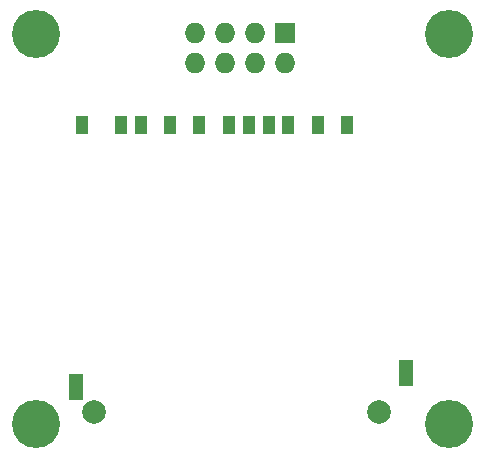
<source format=gts>
G04 #@! TF.FileFunction,Soldermask,Top*
%FSLAX46Y46*%
G04 Gerber Fmt 4.6, Leading zero omitted, Abs format (unit mm)*
G04 Created by KiCad (PCBNEW (after 2015-mar-04 BZR unknown)-product) date 18/09/2015 21:52:24*
%MOMM*%
G01*
G04 APERTURE LIST*
%ADD10C,0.020000*%
%ADD11C,2.000000*%
%ADD12R,1.200000X2.200000*%
%ADD13R,1.000000X1.500000*%
%ADD14R,1.727200X1.727200*%
%ADD15O,1.727200X1.727200*%
%ADD16C,4.064000*%
G04 APERTURE END LIST*
D10*
D11*
X140065000Y-107000000D03*
X115935000Y-107000000D03*
D12*
X142400000Y-103700000D03*
X114400000Y-104900000D03*
D13*
X134875000Y-82700000D03*
X132375000Y-82700000D03*
X129075000Y-82700000D03*
X127375000Y-82700000D03*
X124875000Y-82700000D03*
X122375000Y-82700000D03*
X119950000Y-82700000D03*
X118250000Y-82700000D03*
X137375000Y-82700000D03*
X130725000Y-82700000D03*
X114900000Y-82700000D03*
D14*
X132080000Y-74930000D03*
D15*
X132080000Y-77470000D03*
X129540000Y-74930000D03*
X129540000Y-77470000D03*
X127000000Y-74930000D03*
X127000000Y-77470000D03*
X124460000Y-74930000D03*
X124460000Y-77470000D03*
D16*
X146000000Y-108000000D03*
X111000000Y-108000000D03*
X146000000Y-75000000D03*
X111000000Y-75000000D03*
M02*

</source>
